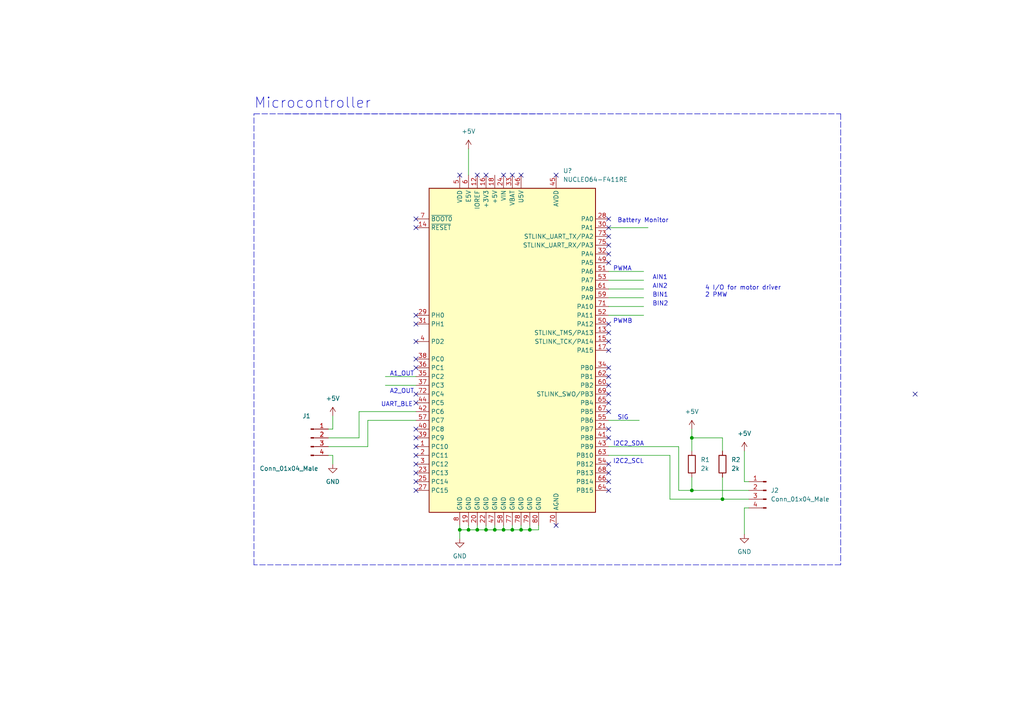
<source format=kicad_sch>
(kicad_sch (version 20211123) (generator eeschema)
  (paper "A4")
  (title_block (title "ESP ") (date "2023-02-13") (rev "0.1") (company "Group 8"))
  (lib_symbols
    (symbol "Connector:Conn_01x04_Male" (pin_names (offset 1.016) hide)
      (property "Reference" "J" (at 0 5.08 0))
      (property "Value" "Conn_01x04_Male" (at 0 -7.62 0))
      (symbol "Conn_01x04_Male_1_1"
        (polyline (pts (xy 1.27 -5.08) (xy 0.8636 -5.08)) (stroke (width 0.1524)))
        (polyline (pts (xy 1.27 -2.54) (xy 0.8636 -2.54)) (stroke (width 0.1524)))
        (polyline (pts (xy 1.27 0) (xy 0.8636 0)) (stroke (width 0.1524)))
        (polyline (pts (xy 1.27 2.54) (xy 0.8636 2.54)) (stroke (width 0.1524)))
        (rectangle (start 0.8636 -4.953) (end 0 -5.207) (stroke (width 0.1524)) (fill (type outline)))
        (rectangle (start 0.8636 -2.413) (end 0 -2.667) (stroke (width 0.1524)) (fill (type outline)))
        (rectangle (start 0.8636 0.127) (end 0 -0.127) (stroke (width 0.1524)) (fill (type outline)))
        (rectangle (start 0.8636 2.667) (end 0 2.413) (stroke (width 0.1524)) (fill (type outline)))
        (pin passive line (at 5.08 2.54 180) (length 3.81) (name "Pin_1") (number "1"))
        (pin passive line (at 5.08 0 180) (length 3.81) (name "Pin_2") (number "2"))
        (pin passive line (at 5.08 -2.54 180) (length 3.81) (name "Pin_3") (number "3"))
        (pin passive line (at 5.08 -5.08 180) (length 3.81) (name "Pin_4") (number "4"))
      )
    )
    (symbol "Device:R" (pin_numbers hide) (pin_names (offset 0))
      (property "Reference" "R" (at 2.032 0 90))
      (property "Value" "R" (at 0 0 90))
      (symbol "R_0_1"
        (rectangle (start -1.016 -2.54) (end 1.016 2.54) (stroke (width 0.254)))
      )
      (symbol "R_1_1"
        (pin passive line (at 0 3.81 270) (length 1.27) (name "~") (number "1"))
        (pin passive line (at 0 -3.81 90) (length 1.27) (name "~") (number "2"))
      )
    )
    (symbol "MCU_Module:NUCLEO64-F411RE"
      (property "Reference" "U" (at -17.78 50.165 0))
      (property "Value" "NUCLEO64-F411RE" (at -17.78 48.26 0))
      (symbol "NUCLEO64-F411RE_0_1"
        (rectangle (start -24.13 -46.99) (end 24.13 46.99) (stroke (width 0.254)) (fill (type background)))
      )
      (symbol "NUCLEO64-F411RE_1_1"
        (pin bidirectional line (at -27.94 -27.94 0) (length 3.81) (name "PC10") (number "1"))
        (pin no_connect line (at -27.94 20.32 0) (length 3.81) hide (name "NC") (number "10"))
        (pin no_connect line (at -27.94 15.24 0) (length 3.81) hide (name "NC") (number "11"))
        (pin power_in line (at -10.16 50.8 270) (length 3.81) (name "IOREF") (number "12"))
        (pin bidirectional line (at 27.94 5.08 180) (length 3.81) (name "STLINK_TMS/PA13") (number "13"))
        (pin input line (at -27.94 35.56 0) (length 3.81) (name "~{RESET}") (number "14"))
        (pin bidirectional line (at 27.94 2.54 180) (length 3.81) (name "STLINK_TCK/PA14") (number "15"))
        (pin power_in line (at -7.62 50.8 270) (length 3.81) (name "+3V3") (number "16"))
        (pin bidirectional line (at 27.94 0 180) (length 3.81) (name "PA15") (number "17"))
        (pin power_in line (at -5.08 50.8 270) (length 3.81) (name "+5V") (number "18"))
        (pin power_in line (at -12.7 -50.8 90) (length 3.81) (name "GND") (number "19"))
        (pin bidirectional line (at -27.94 -30.48 0) (length 3.81) (name "PC11") (number "2"))
        (pin power_in line (at -10.16 -50.8 90) (length 3.81) (name "GND") (number "20"))
        (pin bidirectional line (at 27.94 -22.86 180) (length 3.81) (name "PB7") (number "21"))
        (pin power_in line (at -7.62 -50.8 90) (length 3.81) (name "GND") (number "22"))
        (pin bidirectional line (at -27.94 -35.56 0) (length 3.81) (name "PC13") (number "23"))
        (pin power_in line (at -2.54 50.8 270) (length 3.81) (name "VIN") (number "24"))
        (pin bidirectional line (at -27.94 -38.1 0) (length 3.81) (name "PC14") (number "25"))
        (pin no_connect line (at -27.94 22.86 0) (length 3.81) hide (name "NC") (number "26"))
        (pin bidirectional line (at -27.94 -40.64 0) (length 3.81) (name "PC15") (number "27"))
        (pin bidirectional line (at 27.94 38.1 180) (length 3.81) (name "PA0") (number "28"))
        (pin bidirectional line (at -27.94 10.16 0) (length 3.81) (name "PH0") (number "29"))
        (pin bidirectional line (at -27.94 -33.02 0) (length 3.81) (name "PC12") (number "3"))
        (pin bidirectional line (at 27.94 35.56 180) (length 3.81) (name "PA1") (number "30"))
        (pin bidirectional line (at -27.94 7.62 0) (length 3.81) (name "PH1") (number "31"))
        (pin bidirectional line (at 27.94 27.94 180) (length 3.81) (name "PA4") (number "32"))
        (pin power_in line (at 0 50.8 270) (length 3.81) (name "VBAT") (number "33"))
        (pin bidirectional line (at 27.94 -5.08 180) (length 3.81) (name "PB0") (number "34"))
        (pin bidirectional line (at -27.94 -7.62 0) (length 3.81) (name "PC2") (number "35"))
        (pin bidirectional line (at -27.94 -5.08 0) (length 3.81) (name "PC1") (number "36"))
        (pin bidirectional line (at -27.94 -10.16 0) (length 3.81) (name "PC3") (number "37"))
        (pin bidirectional line (at -27.94 -2.54 0) (length 3.81) (name "PC0") (number "38"))
        (pin bidirectional line (at -27.94 -25.4 0) (length 3.81) (name "PC9") (number "39"))
        (pin bidirectional line (at -27.94 2.54 0) (length 3.81) (name "PD2") (number "4"))
        (pin bidirectional line (at -27.94 -22.86 0) (length 3.81) (name "PC8") (number "40"))
        (pin bidirectional line (at 27.94 -25.4 180) (length 3.81) (name "PB8") (number "41"))
        (pin bidirectional line (at -27.94 -17.78 0) (length 3.81) (name "PC6") (number "42"))
        (pin bidirectional line (at 27.94 -27.94 180) (length 3.81) (name "PB9") (number "43"))
        (pin bidirectional line (at -27.94 -15.24 0) (length 3.81) (name "PC5") (number "44"))
        (pin power_in line (at 12.7 50.8 270) (length 3.81) (name "AVDD") (number "45"))
        (pin power_in line (at 2.54 50.8 270) (length 3.81) (name "U5V") (number "46"))
        (pin power_in line (at -5.08 -50.8 90) (length 3.81) (name "GND") (number "47"))
        (pin no_connect line (at -27.94 25.4 0) (length 3.81) hide (name "NC") (number "48"))
        (pin bidirectional line (at 27.94 25.4 180) (length 3.81) (name "PA5") (number "49"))
        (pin power_in line (at -15.24 50.8 270) (length 3.81) (name "VDD") (number "5"))
        (pin bidirectional line (at 27.94 7.62 180) (length 3.81) (name "PA12") (number "50"))
        (pin bidirectional line (at 27.94 22.86 180) (length 3.81) (name "PA6") (number "51"))
        (pin bidirectional line (at 27.94 10.16 180) (length 3.81) (name "PA11") (number "52"))
        (pin bidirectional line (at 27.94 20.32 180) (length 3.81) (name "PA7") (number "53"))
        (pin bidirectional line (at 27.94 -33.02 180) (length 3.81) (name "PB12") (number "54"))
        (pin bidirectional line (at 27.94 -20.32 180) (length 3.81) (name "PB6") (number "55"))
        (pin no_connect line (at -27.94 33.02 0) (length 3.81) hide (name "NC") (number "56"))
        (pin bidirectional line (at -27.94 -20.32 0) (length 3.81) (name "PC7") (number "57"))
        (pin power_in line (at -2.54 -50.8 90) (length 3.81) (name "GND") (number "58"))
        (pin bidirectional line (at 27.94 15.24 180) (length 3.81) (name "PA9") (number "59"))
        (pin power_in line (at -12.7 50.8 270) (length 3.81) (name "E5V") (number "6"))
        (pin bidirectional line (at 27.94 -10.16 180) (length 3.81) (name "PB2") (number "60"))
        (pin bidirectional line (at 27.94 17.78 180) (length 3.81) (name "PA8") (number "61"))
        (pin bidirectional line (at 27.94 -7.62 180) (length 3.81) (name "PB1") (number "62"))
        (pin bidirectional line (at 27.94 -30.48 180) (length 3.81) (name "PB10") (number "63"))
        (pin bidirectional line (at 27.94 -40.64 180) (length 3.81) (name "PB15") (number "64"))
        (pin bidirectional line (at 27.94 -15.24 180) (length 3.81) (name "PB4") (number "65"))
        (pin bidirectional line (at 27.94 -38.1 180) (length 3.81) (name "PB14") (number "66"))
        (pin bidirectional line (at 27.94 -17.78 180) (length 3.81) (name "PB5") (number "67"))
        (pin bidirectional line (at 27.94 -35.56 180) (length 3.81) (name "PB13") (number "68"))
        (pin bidirectional line (at 27.94 -12.7 180) (length 3.81) (name "STLINK_SWO/PB3") (number "69"))
        (pin input line (at -27.94 38.1 0) (length 3.81) (name "~{BOOT0}") (number "7"))
        (pin power_in line (at 12.7 -50.8 90) (length 3.81) (name "AGND") (number "70"))
        (pin bidirectional line (at 27.94 12.7 180) (length 3.81) (name "PA10") (number "71"))
        (pin bidirectional line (at -27.94 -12.7 0) (length 3.81) (name "PC4") (number "72"))
        (pin bidirectional line (at 27.94 33.02 180) (length 3.81) (name "STLINK_UART_TX/PA2") (number "73"))
        (pin no_connect line (at -27.94 30.48 0) (length 3.81) hide (name "NC") (number "74"))
        (pin bidirectional line (at 27.94 30.48 180) (length 3.81) (name "STLINK_UART_RX/PA3") (number "75"))
        (pin no_connect line (at -27.94 27.94 0) (length 3.81) hide (name "NC") (number "76"))
        (pin power_in line (at 0 -50.8 90) (length 3.81) (name "GND") (number "77"))
        (pin power_in line (at 2.54 -50.8 90) (length 3.81) (name "GND") (number "78"))
        (pin power_in line (at 5.08 -50.8 90) (length 3.81) (name "GND") (number "79"))
        (pin power_in line (at -15.24 -50.8 90) (length 3.81) (name "GND") (number "8"))
        (pin power_in line (at 7.62 -50.8 90) (length 3.81) (name "GND") (number "80"))
        (pin no_connect line (at -27.94 17.78 0) (length 3.81) hide (name "NC") (number "9"))
      )
    )
    (symbol "power:+5V" (power) (pin_names (offset 0))
      (property "Value" "+5V" (at 0 3.556 0))
      (symbol "+5V_0_1"
        (polyline (pts (xy -0.762 1.27) (xy 0 2.54)))
        (polyline (pts (xy 0 0) (xy 0 2.54)))
        (polyline (pts (xy 0 2.54) (xy 0.762 1.27)))
      )
      (symbol "+5V_1_1"
        (pin power_in line (at 0 0 90) (length 0) hide (name "+5V") (number "1"))
      )
    )
    (symbol "power:GND" (power) (pin_names (offset 0))
      (property "Value" "GND" (at 0 -3.81 0))
      (symbol "GND_0_1"
        (polyline (pts (xy 0 0) (xy 0 -1.27) (xy 1.27 -1.27) (xy 0 -2.54) (xy -1.27 -1.27) (xy 0 -1.27)))
      )
      (symbol "GND_1_1"
        (pin power_in line (at 0 0 270) (length 0) hide (name "GND") (number "1"))
      )
    )
  )
  (junction (at 209.55 144.78))
  (junction (at 138.43 153.67))
  (junction (at 148.59 153.67))
  (junction (at 200.66 127))
  (junction (at 151.13 153.67))
  (junction (at 135.89 153.67))
  (junction (at 140.97 153.67))
  (junction (at 143.51 153.67))
  (junction (at 153.67 153.67))
  (junction (at 133.35 153.67))
  (junction (at 200.66 142.24))
  (junction (at 146.05 153.67))
  (no_connect (at 161.29 152.4))
  (no_connect (at 176.53 114.3))
  (no_connect (at 176.53 139.7))
  (no_connect (at 176.53 111.76))
  (no_connect (at 133.35 50.8))
  (no_connect (at 176.53 68.58))
  (no_connect (at 176.53 63.5))
  (no_connect (at 176.53 106.68))
  (no_connect (at 176.53 76.2))
  (no_connect (at 120.65 127))
  (no_connect (at 120.65 132.08))
  (no_connect (at 120.65 139.7))
  (no_connect (at 120.65 104.14))
  (no_connect (at 120.65 124.46))
  (no_connect (at 176.53 116.84))
  (no_connect (at 120.65 106.68))
  (no_connect (at 120.65 134.62))
  (no_connect (at 176.53 71.12))
  (no_connect (at 176.53 119.38))
  (no_connect (at 148.59 50.8))
  (no_connect (at 176.53 127))
  (no_connect (at 120.65 93.98))
  (no_connect (at 161.29 50.8))
  (no_connect (at 120.65 142.24))
  (no_connect (at 120.65 63.5))
  (no_connect (at 176.53 73.66))
  (no_connect (at 176.53 66.04))
  (no_connect (at 176.53 96.52))
  (no_connect (at 176.53 142.24))
  (no_connect (at 151.13 50.8))
  (no_connect (at 120.65 66.04))
  (no_connect (at 138.43 50.8))
  (no_connect (at 176.53 137.16))
  (no_connect (at 176.53 93.98))
  (no_connect (at 120.65 91.44))
  (no_connect (at 146.05 50.8))
  (no_connect (at 120.65 116.84))
  (no_connect (at 120.65 129.54))
  (no_connect (at 140.97 50.8))
  (no_connect (at 176.53 99.06))
  (no_connect (at 176.53 134.62))
  (no_connect (at 120.65 137.16))
  (no_connect (at 176.53 109.22))
  (no_connect (at 176.53 101.6))
  (no_connect (at 176.53 124.46))
  (no_connect (at 120.65 99.06))
  (no_connect (at 265.43 114.3))
  (no_connect (at 120.65 114.3))
  (wire (pts (xy 143.51 153.67) (xy 143.51 152.4)))
  (wire (pts (xy 104.14 127) (xy 95.25 127)))
  (wire (pts (xy 151.13 153.67) (xy 151.13 152.4)))
  (wire (pts (xy 215.9 147.32) (xy 215.9 154.94)))
  (wire (pts (xy 176.53 91.44) (xy 186.69 91.44)))
  (wire (pts (xy 133.35 153.67) (xy 133.35 156.21)))
  (wire (pts (xy 176.53 129.54) (xy 196.85 129.54)))
  (wire (pts (xy 146.05 153.67) (xy 146.05 152.4)))
  (wire (pts (xy 140.97 153.67) (xy 140.97 152.4)))
  (wire (pts (xy 176.53 132.08) (xy 194.31 132.08)))
  (wire (pts (xy 209.55 138.43) (xy 209.55 144.78)))
  (wire (pts (xy 209.55 130.81) (xy 209.55 127)))
  (wire (pts (xy 140.97 153.67) (xy 143.51 153.67)))
  (polyline (pts (xy 243.84 33.02) (xy 243.84 163.83)))
  (wire (pts (xy 106.68 121.92) (xy 106.68 129.54)))
  (wire (pts (xy 138.43 153.67) (xy 140.97 153.67)))
  (wire (pts (xy 106.68 121.92) (xy 120.65 121.92)))
  (wire (pts (xy 104.14 119.38) (xy 104.14 127)))
  (wire (pts (xy 217.17 147.32) (xy 215.9 147.32)))
  (polyline (pts (xy 73.66 163.83) (xy 73.66 33.02)))
  (wire (pts (xy 176.53 121.92) (xy 185.42 121.92)))
  (wire (pts (xy 146.05 153.67) (xy 148.59 153.67)))
  (wire (pts (xy 133.35 152.4) (xy 133.35 153.67)))
  (polyline (pts (xy 243.84 163.83) (xy 73.66 163.83)))
  (wire (pts (xy 135.89 153.67) (xy 135.89 152.4)))
  (wire (pts (xy 176.53 78.74) (xy 186.69 78.74)))
  (wire (pts (xy 176.53 66.04) (xy 187.96 66.04)))
  (wire (pts (xy 135.89 153.67) (xy 138.43 153.67)))
  (wire (pts (xy 143.51 153.67) (xy 146.05 153.67)))
  (wire (pts (xy 111.76 111.76) (xy 120.65 111.76)))
  (wire (pts (xy 104.14 119.38) (xy 120.65 119.38)))
  (polyline (pts (xy 73.66 33.02) (xy 157.48 33.02)))
  (polyline (pts (xy 82.55 33.02) (xy 243.84 33.02)))
  (wire (pts (xy 153.67 153.67) (xy 153.67 152.4)))
  (wire (pts (xy 200.66 142.24) (xy 217.17 142.24)))
  (wire (pts (xy 106.68 129.54) (xy 95.25 129.54)))
  (wire (pts (xy 200.66 138.43) (xy 200.66 142.24)))
  (wire (pts (xy 196.85 129.54) (xy 196.85 142.24)))
  (wire (pts (xy 95.25 132.08) (xy 96.52 132.08)))
  (wire (pts (xy 148.59 153.67) (xy 151.13 153.67)))
  (wire (pts (xy 156.21 153.67) (xy 156.21 152.4)))
  (wire (pts (xy 176.53 83.82) (xy 186.69 83.82)))
  (wire (pts (xy 217.17 139.7) (xy 215.9 139.7)))
  (wire (pts (xy 200.66 127) (xy 200.66 130.81)))
  (wire (pts (xy 194.31 144.78) (xy 209.55 144.78)))
  (wire (pts (xy 135.89 43.18) (xy 135.89 50.8)))
  (wire (pts (xy 209.55 144.78) (xy 217.17 144.78)))
  (wire (pts (xy 209.55 127) (xy 200.66 127)))
  (wire (pts (xy 196.85 142.24) (xy 200.66 142.24)))
  (wire (pts (xy 96.52 124.46) (xy 96.52 120.65)))
  (wire (pts (xy 176.53 88.9) (xy 186.69 88.9)))
  (wire (pts (xy 151.13 153.67) (xy 153.67 153.67)))
  (wire (pts (xy 95.25 124.46) (xy 96.52 124.46)))
  (wire (pts (xy 138.43 153.67) (xy 138.43 152.4)))
  (wire (pts (xy 153.67 153.67) (xy 156.21 153.67)))
  (wire (pts (xy 194.31 132.08) (xy 194.31 144.78)))
  (wire (pts (xy 96.52 132.08) (xy 96.52 134.62)))
  (wire (pts (xy 111.76 109.22) (xy 120.65 109.22)))
  (wire (pts (xy 148.59 153.67) (xy 148.59 152.4)))
  (wire (pts (xy 133.35 153.67) (xy 135.89 153.67)))
  (wire (pts (xy 215.9 139.7) (xy 215.9 130.81)))
  (wire (pts (xy 176.53 86.36) (xy 186.69 86.36)))
  (wire (pts (xy 200.66 124.46) (xy 200.66 127)))
  (wire (pts (xy 176.53 81.28) (xy 186.69 81.28)))
  (text "BIN2" (at 189.23 88.9 0) (effects (font (size 1.27 1.27)) (justify left bottom)))
  (text "A2_OUT" (at 113.03 114.3 0) (effects (font (size 1.27 1.27)) (justify left bottom)))
  (text "I2C2_SCL" (at 177.8 134.62 0) (effects (font (size 1.27 1.27)) (justify left bottom)))
  (text "PWMB" (at 177.8 93.98 0) (effects (font (size 1.27 1.27)) (justify left bottom)))
  (text "AIN1" (at 189.23 81.28 0) (effects (font (size 1.27 1.27)) (justify left bottom)))
  (text "4 I/O for motor driver\n2 PMW" (at 204.47 86.36 0) (effects (font (size 1.27 1.27)) (justify left bottom)))
  (text "Battery Monitor" (at 179.07 64.77 0) (effects (font (size 1.27 1.27)) (justify left bottom)))
  (text "BIN1" (at 189.23 86.36 0) (effects (font (size 1.27 1.27)) (justify left bottom)))
  (text "UART_BLE" (at 110.49 118.11 0) (effects (font (size 1.27 1.27)) (justify left bottom)))
  (text "AIN2" (at 189.23 83.82 0) (effects (font (size 1.27 1.27)) (justify left bottom)))
  (text "SIG" (at 179.07 121.92 0) (effects (font (size 1.27 1.27)) (justify left bottom)))
  (text "Microcontroller" (at 73.66 31.75 0) (effects (font (size 3 3)) (justify left bottom)))
  (text "PWMA" (at 177.8 78.74 0) (effects (font (size 1.27 1.27)) (justify left bottom)))
  (text "I2C2_SDA" (at 177.8 129.54 0) (effects (font (size 1.27 1.27)) (justify left bottom)))
  (text "A1_OUT" (at 113.03 109.22 0) (effects (font (size 1.27 1.27)) (justify left bottom)))
  (symbol (lib_id "MCU_Module:NUCLEO64-F411RE") (at 148.59 101.6 0) (unit 1)
    (property "Reference" "U?" (at 163.3094 49.53 0) (effects (justify left)))
    (property "Value" "NUCLEO64-F411RE" (at 163.3094 52.07 0) (effects (justify left)))
    (property "Footprint" "Module:ST_Morpho_Connector_144_STLink" (effects hide))
    (property "Datasheet" "http://www.st.com/st-web-ui/static/active/en/resource/technical/document/data_brief/DM00105918.pdf" (effects hide))
  )
  (symbol (lib_id "power:GND") (at 133.35 156.21 0) (unit 1)
    (property "Reference" "#PWR?" (effects hide))
    (property "Value" "GND" (at 133.35 161.29 0))
  )
  (symbol (lib_id "Connector:Conn_01x04_Male") (at 90.17 127 0) (unit 1)
    (property "Reference" "J1" (at 88.9 120.65 0))
    (property "Value" "Conn_01x04_Male" (at 83.82 135.89 0))
  )
  (symbol (lib_id "power:GND") (at 215.9 154.94 0) (unit 1)
    (property "Reference" "#PWR?" (effects hide))
    (property "Value" "GND" (at 215.9 160.02 0))
  )
  (symbol (lib_id "power:+5V") (at 135.89 43.18 0) (unit 1)
    (property "Reference" "#PWR?" (effects hide))
    (property "Value" "+5V" (at 135.89 38.1 0))
  )
  (symbol (lib_id "Connector:Conn_01x04_Male") (at 222.25 142.24 0) (mirror y) (unit 1)
    (property "Reference" "J2" (at 223.52 142.2399 0) (effects (justify right)))
    (property "Value" "Conn_01x04_Male" (at 223.52 144.7799 0) (effects (justify right)))
  )
  (symbol (lib_id "power:+5V") (at 96.52 120.65 0) (unit 1)
    (property "Reference" "#PWR?" (effects hide))
    (property "Value" "+5V" (at 96.52 115.57 0))
  )
  (symbol (lib_id "power:+5V") (at 200.66 124.46 0) (unit 1)
    (property "Reference" "#PWR?" (effects hide))
    (property "Value" "+5V" (at 200.66 119.38 0))
  )
  (symbol (lib_id "power:GND") (at 96.52 134.62 0) (unit 1)
    (property "Reference" "#PWR?" (effects hide))
    (property "Value" "GND" (at 96.52 139.7 0))
  )
  (symbol (lib_id "Device:R") (at 200.66 134.62 0) (unit 1)
    (property "Reference" "R1" (at 203.2 133.3499 0) (effects (justify left)))
    (property "Value" "2k" (at 203.2 135.8899 0) (effects (justify left)))
  )
  (symbol (lib_id "Device:R") (at 209.55 134.62 0) (unit 1)
    (property "Reference" "R2" (at 212.09 133.3499 0) (effects (justify left)))
    (property "Value" "2k" (at 212.09 135.8899 0) (effects (justify left)))
  )
  (symbol (lib_id "power:+5V") (at 215.9 130.81 0) (unit 1)
    (property "Reference" "#PWR?" (effects hide))
    (property "Value" "+5V" (at 215.9 125.73 0))
  )
)
</source>
